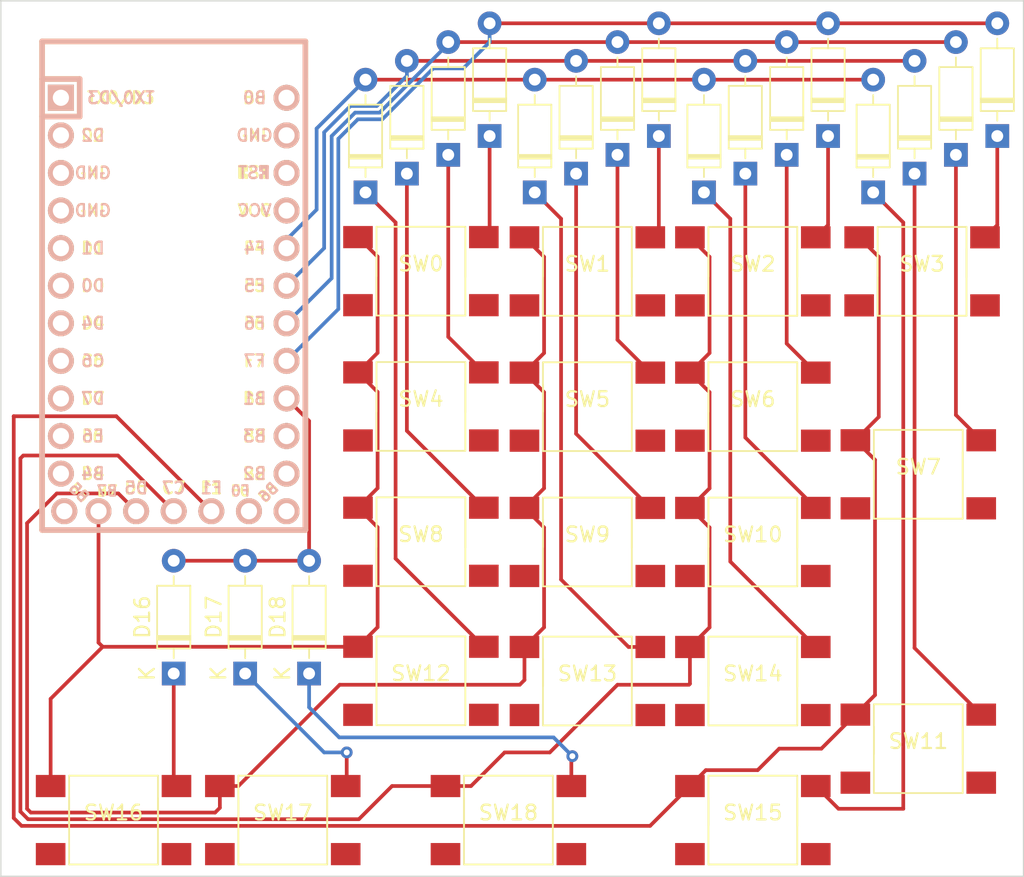
<source format=kicad_pcb>
(kicad_pcb (version 20211014) (generator pcbnew)
  (layers (0 "F.Cu" signal) (31 "B.Cu" signal) (34 "B.Paste" user) (35 "F.Paste" user) (36 "B.SilkS" user "B.Silkscreen") (37 "F.SilkS" user "F.Silkscreen") (38 "B.Mask" user) (39 "F.Mask" user) (44 "Edge.Cuts" user))
  (net 0 "")
  (net 3 "Net-(D17-Pad1)")
  (net 4 "GND")
  (net 12 "COL3")
  (net 13 "COL2")
  (net 14 "COL1")
  (net 15 "COL0")
  (net 22 "ROW0")
  (net 23 "Net-(D0-Pad1)")
  (net 24 "ROW1")
  (net 25 "Net-(D1-Pad1)")
  (net 26 "Net-(D2-Pad1)")
  (net 27 "Net-(D3-Pad1)")
  (net 28 "Net-(D4-Pad1)")
  (net 29 "ROW2")
  (net 30 "Net-(D5-Pad1)")
  (net 31 "Net-(D6-Pad1)")
  (net 32 "Net-(D7-Pad1)")
  (net 33 "Net-(D8-Pad1)")
  (net 34 "ROW3")
  (net 35 "Net-(D9-Pad1)")
  (net 36 "Net-(D10-Pad1)")
  (net 37 "Net-(D11-Pad1)")
  (net 38 "Net-(D12-Pad1)")
  (net 39 "Net-(D13-Pad1)")
  (net 40 "Net-(D14-Pad1)")
  (net 41 "Net-(D15-Pad1)")
  (net 42 "ROW4")
  (net 43 "Net-(D16-Pad1)")
  (net 44 "Net-(D18-Pad1)")
  (footprint "Diode_THT:D_DO-35_SOD27_P7.62mm_Horizontal" (layer "F.Cu") (at 81.534 46.228 90)
    (fp_text reference "D2" hide)
    (fp_text value "DIODE" hide)
    (pad "1" thru_hole rect (at 0 0 90) (size 1.6 1.6) (drill 0.8) (layers *.Cu *.Mask) (net 26 "Net-(D2-Pad1)"))
    (pad "2" thru_hole oval (at 7.62 0 90) (size 1.6 1.6) (drill 0.8) (layers *.Cu *.Mask) (net 22 "ROW0"))
  )
  (footprint "Diode_THT:D_DO-35_SOD27_P7.62mm_Horizontal" (layer "F.Cu") (at 58.674 46.228 90)
    (fp_text reference "D0" hide)
    (fp_text value "DIODE" hide)
    (pad "1" thru_hole rect (at 0 0 90) (size 1.6 1.6) (drill 0.8) (layers *.Cu *.Mask) (net 23 "Net-(D0-Pad1)"))
    (pad "2" thru_hole oval (at 7.62 0 90) (size 1.6 1.6) (drill 0.8) (layers *.Cu *.Mask) (net 22 "ROW0"))
  )
  (footprint "Keebio:Switch_6x6x8.5" (layer "F.Cu") (at 87.63 87.63)
    (fp_text reference "SW11" (at 0 -0.5 unlocked) (layer "F.SilkS"))
    (fp_text value "SW_Push")
    (pad "1" smd rect (at -4.25 -2.3 270) (size 1.5 2) (layers "F.Cu" "F.Paste" "F.Mask") (net 12 "COL3"))
    (pad "2" smd rect (at 4.25 -2.3 90) (size 1.5 2) (layers "F.Cu" "F.Paste" "F.Mask") (net 37 "Net-(D11-Pad1)"))
    (pad "3" smd rect (at -4.25 2.3) (size 2 1.5) (layers "F.Cu" "F.Paste" "F.Mask"))
    (pad "4" smd rect (at 4.25 2.3) (size 2 1.5) (layers "F.Cu" "F.Paste" "F.Mask"))
  )
  (footprint "Diode_THT:D_DO-35_SOD27_P7.62mm_Horizontal" (layer "F.Cu") (at 37.338 82.55 90)
    (fp_text reference "D16" (at 3.81 -2.12 90) (layer "F.SilkS"))
    (fp_text value "DIODE")
    (fp_text user "K" (at 0 -1.8 90) (layer "F.SilkS"))
    (pad "1" thru_hole rect (at 0 0 90) (size 1.6 1.6) (drill 0.8) (layers *.Cu *.Mask) (net 43 "Net-(D16-Pad1)"))
    (pad "2" thru_hole oval (at 7.62 0 90) (size 1.6 1.6) (drill 0.8) (layers *.Cu *.Mask) (net 42 "ROW4"))
  )
  (footprint "Diode_THT:D_DO-35_SOD27_P7.62mm_Horizontal" (layer "F.Cu") (at 61.722 50.038 90)
    (fp_text reference "D13" hide)
    (fp_text value "DIODE" hide)
    (pad "1" thru_hole rect (at 0 0 90) (size 1.6 1.6) (drill 0.8) (layers *.Cu *.Mask) (net 39 "Net-(D13-Pad1)"))
    (pad "2" thru_hole oval (at 7.62 0 90) (size 1.6 1.6) (drill 0.8) (layers *.Cu *.Mask) (net 34 "ROW3"))
  )
  (footprint "Diode_THT:D_DO-35_SOD27_P7.62mm_Horizontal" (layer "F.Cu") (at 53.086 48.768 90)
    (fp_text reference "D8" hide)
    (fp_text value "DIODE" hide)
    (pad "1" thru_hole rect (at 0 0 90) (size 1.6 1.6) (drill 0.8) (layers *.Cu *.Mask) (net 33 "Net-(D8-Pad1)"))
    (pad "2" thru_hole oval (at 7.62 0 90) (size 1.6 1.6) (drill 0.8) (layers *.Cu *.Mask) (net 29 "ROW2"))
  )
  (footprint "Keebio:Switch_6x6x8.5" (layer "F.Cu") (at 76.454 83.058)
    (fp_text reference "SW14" (at 0 -0.5 unlocked) (layer "F.SilkS"))
    (fp_text value "SW_Push")
    (pad "1" smd rect (at -4.25 -2.3 270) (size 1.5 2) (layers "F.Cu" "F.Paste" "F.Mask") (net 13 "COL2"))
    (pad "2" smd rect (at 4.25 -2.3 90) (size 1.5 2) (layers "F.Cu" "F.Paste" "F.Mask") (net 40 "Net-(D14-Pad1)"))
    (pad "3" smd rect (at -4.25 2.3) (size 2 1.5) (layers "F.Cu" "F.Paste" "F.Mask"))
    (pad "4" smd rect (at 4.25 2.3) (size 2 1.5) (layers "F.Cu" "F.Paste" "F.Mask"))
  )
  (footprint "Diode_THT:D_DO-35_SOD27_P7.62mm_Horizontal" (layer "F.Cu") (at 75.946 48.768 90)
    (fp_text reference "D10" hide)
    (fp_text value "DIODE" hide)
    (pad "1" thru_hole rect (at 0 0 90) (size 1.6 1.6) (drill 0.8) (layers *.Cu *.Mask) (net 36 "Net-(D10-Pad1)"))
    (pad "2" thru_hole oval (at 7.62 0 90) (size 1.6 1.6) (drill 0.8) (layers *.Cu *.Mask) (net 29 "ROW2"))
  )
  (footprint "Keebio:Elite-C" (layer "F.Cu") (at 37.338 57.61275 -90)
    (fp_text reference "MCU1" hide)
    (fp_text value "Elite-C" hide)
    (fp_text user "B2" (at 11.43 -5.461) (layer "B.SilkS") (effects (font (size 0.8 0.8)) (justify mirror)))
    (fp_text user "B7" (at 12.6 4.5) (layer "B.SilkS") (effects (font (size 0.7 0.7)) (justify mirror)))
    (fp_text user "B1" (at 6.35 -5.461) (layer "B.SilkS") (effects (font (size 0.8 0.8)) (justify mirror)))
    (fp_text user "B6" (at 12.7 -6.4 45 unlocked) (layer "B.SilkS") (effects (font (size 0.7 0.7)) (justify mirror)))
    (fp_text user "F4" (at -3.81 -5.461) (layer "B.SilkS") (effects (font (size 0.8 0.8)) (justify mirror)))
    (fp_text user "F0" (at 12.6 -4.5) (layer "B.SilkS") (effects (font (size 0.7 0.7)) (justify mirror)))
    (fp_text user "B4" (at 11.43 5.461) (layer "B.SilkS") (effects (font (size 0.8 0.8)) (justify mirror)))
    (fp_text user "TX0/D3" (at -13.97 3.571872) (layer "B.SilkS") (effects (font (size 0.8 0.8)) (justify mirror)))
    (fp_text user "GND" (at -6.35 5.461) (layer "B.SilkS") (effects (font (size 0.8 0.8)) (justify mirror)))
    (fp_text user "F6" (at 1.27 -5.461) (layer "B.SilkS") (effects (font (size 0.8 0.8)) (justify mirror)))
    (fp_text user "GND" (at -11.43 -5.461) (layer "B.SilkS") (effects (font (size 0.8 0.8)) (justify mirror)))
    (fp_text user "D2" (at -11.43 5.461) (layer "B.SilkS") (effects (font (size 0.8 0.8)) (justify mirror)))
    (fp_text user "B0" (at -13.97 -5.461) (layer "B.SilkS") (effects (font (size 0.8 0.8)) (justify mirror)))
    (fp_text user "D4" (at 1.27 5.461) (layer "B.SilkS") (effects (font (size 0.8 0.8)) (justify mirror)))
    (fp_text user "D0" (at -1.27 5.461) (layer "B.SilkS") (effects (font (size 0.8 0.8)) (justify mirror)))
    (fp_text user "D7" (at 6.35 5.461) (layer "B.SilkS") (effects (font (size 0.8 0.8)) (justify mirror)))
    (fp_text user "B3" (at 8.89 -5.461) (layer "B.SilkS") (effects (font (size 0.8 0.8)) (justify mirror)))
    (fp_text user "F5" (at -1.27 -5.461) (layer "B.SilkS") (effects (font (size 0.8 0.8)) (justify mirror)))
    (fp_text user "ST" (at -8.91 -5.04) (layer "B.SilkS") (effects (font (size 0.8 0.8)) (justify mirror)))
    (fp_text user "E6" (at 8.89 5.461) (layer "B.SilkS") (effects (font (size 0.8 0.8)) (justify mirror)))
    (fp_text user "D1" (at -3.81 5.461) (layer "B.SilkS") (effects (font (size 0.8 0.8)) (justify mirror)))
    (fp_text user "C6" (at 3.81 5.461) (layer "B.SilkS") (effects (font (size 0.8 0.8)) (justify mirror)))
    (fp_text user "F1" (at 12.4 -2.54) (layer "B.SilkS") (effects (font (size 0.8 0.8)) (justify mirror)))
    (fp_text user "GND" (at -8.89 5.461) (layer "B.SilkS") (effects (font (size 0.8 0.8)) (justify mirror)))
    (fp_text user "B5" (at 12.7 6.4 135) (layer "B.SilkS") (effects (font (size 0.7 0.7)) (justify mirror)))
    (fp_text user "F7" (at 3.81 -5.461) (layer "B.SilkS") (effects (font (size 0.8 0.8)) (justify mirror)))
    (fp_text user "D5" (at 12.4 2.54) (layer "B.SilkS") (effects (font (size 0.8 0.8)) (justify mirror)))
    (fp_text user "VCC" (at -6.35 -5.461) (layer "B.SilkS") (effects (font (size 0.8 0.8)) (justify mirror)))
    (fp_text user "C7" (at 12.4 0) (layer "B.SilkS") (effects (font (size 0.8 0.8)) (justify mirror)))
    (fp_text user "B7" (at 12.6 4.5) (layer "F.SilkS") (effects (font (size 0.7 0.7))))
    (fp_text user "B0" (at -13.97 -5.461) (layer "F.SilkS") (effects (font (size 0.8 0.8))))
    (fp_text user "B1" (at 6.35 -5.461) (layer "F.SilkS") (effects (font (size 0.8 0.8))))
    (fp_text user "C6" (at 3.81 5.461) (layer "F.SilkS") (effects (font (size 0.8 0.8))))
    (fp_text user "F5" (at -1.27 -5.461) (layer "F.SilkS") (effects (font (size 0.8 0.8))))
    (fp_text user "D2" (at -11.43 5.461) (layer "F.SilkS") (effects (font (size 0.8 0.8))))
    (fp_text user "F6" (at 1.27 -5.461) (layer "F.SilkS") (effects (font (size 0.8 0.8))))
    (fp_text user "F4" (at -3.81 -5.461) (layer "F.SilkS") (effects (font (size 0.8 0.8))))
    (fp_text user "D5" (at 12.4 2.54) (layer "F.SilkS") (effects (font (size 0.8 0.8))))
    (fp_text user "ST" (at -8.92 -5.73312) (layer "F.SilkS") (effects (font (size 0.8 0.8))))
    (fp_text user "B6" (at 12.7 -6.4 45 unlocked) (layer "F.SilkS") (effects (font (size 0.7 0.7))))
    (fp_text user "D1" (at -3.81 5.461) (layer "F.SilkS") (effects (font (size 0.8 0.8))))
    (fp_text user "D4" (at 1.27 5.461) (layer "F.SilkS") (effects (font (size 0.8 0.8))))
    (fp_text user "F0" (at 12.6 -4.5) (layer "F.SilkS") (effects (font (size 0.7 0.7))))
    (fp_text user "B2" (at 11.43 -5.461) (layer "F.SilkS") (effects (font (size 0.8 0.8))))
    (fp_text user "D7" (at 6.35 5.461) (layer "F.SilkS") (effects (font (size 0.8 0.8))))
    (fp_text user "GND" (at -8.89 5.461) (layer "F.SilkS") (effects (font (size 0.8 0.8))))
    (fp_text user "B3" (at 8.89 -5.461) (layer "F.SilkS") (effects (font (size 0.8 0.8))))
    (fp_text user "F1" (at 12.4 -2.54) (layer "F.SilkS") (effects (font (size 0.8 0.8))))
    (fp_text user "VCC" (at -6.35 -5.461) (layer "F.SilkS") (effects (font (size 0.8 0.8))))
    (fp_text user "C7" (at 12.4 0) (layer "F.SilkS") (effects (font (size 0.8 0.8))))
    (fp_text user "F7" (at 3.81 -5.461) (layer "F.SilkS") (effects (font (size 0.8 0.8))))
    (fp_text user "GND" (at -11.43 -5.461) (layer "F.SilkS") (effects (font (size 0.8 0.8))))
    (fp_text user "B5" (at 12.7 6.4 135) (layer "F.SilkS") (effects (font (size 0.7 0.7))))
    (fp_text user "B4" (at 11.43 5.461) (layer "F.SilkS") (effects (font (size 0.8 0.8))))
    (fp_text user "GND" (at -6.35 5.461) (layer "F.SilkS") (effects (font (size 0.8 0.8))))
    (fp_text user "TX0/D3" (at -13.97 3.571872) (layer "F.SilkS") (effects (font (size 0.8 0.8))))
    (fp_text user "D0" (at -1.27 5.461) (layer "F.SilkS") (effects (font (size 0.8 0.8))))
    (fp_text user "E6" (at 8.89 5.461) (layer "F.SilkS") (effects (font (size 0.8 0.8))))
    (pad "1" thru_hole rect locked (at -13.97 7.62 270) (size 1.7526 1.7526) (drill 1.0922) (layers *.Cu *.SilkS *.Mask))
    (pad "2" thru_hole circle locked (at -11.43 7.62 270) (size 1.7526 1.7526) (drill 1.0922) (layers *.Cu *.SilkS *.Mask))
    (pad "3" thru_hole circle locked (at -8.89 7.62 270) (size 1.7526 1.7526) (drill 1.0922) (layers *.Cu *.SilkS *.Mask) (net 4 "GND"))
    (pad "4" thru_hole circle locked (at -6.35 7.62 270) (size 1.7526 1.7526) (drill 1.0922) (layers *.Cu *.SilkS *.Mask) (net 4 "GND"))
    (pad "5" thru_hole circle locked (at -3.81 7.62 270) (size 1.7526 1.7526) (drill 1.0922) (layers *.Cu *.SilkS *.Mask))
    (pad "6" thru_hole circle locked (at -1.27 7.62 270) (size 1.7526 1.7526) (drill 1.0922) (layers *.Cu *.SilkS *.Mask))
    (pad "7" thru_hole circle locked (at 1.27 7.62 270) (size 1.7526 1.7526) (drill 1.0922) (layers *.Cu *.SilkS *.Mask))
    (pad "8" thru_hole circle locked (at 3.81 7.62 270) (size 1.7526 1.7526) (drill 1.0922) (layers *.Cu *.SilkS *.Mask))
    (pad "9" thru_hole circle locked (at 6.35 7.62 270) (size 1.7526 1.7526) (drill 1.0922) (layers *.Cu *.SilkS *.Mask))
    (pad "10" thru_hole circle locked (at 8.89 7.62 270) (size 1.7526 1.7526) (drill 1.0922) (layers *.Cu *.SilkS *.Mask))
    (pad "11" thru_hole circle locked (at 11.43 7.62 270) (size 1.7526 1.7526) (drill 1.0922) (layers *.Cu *.SilkS *.Mask))
    (pad "12" thru_hole circle locked (at 13.97 7.3914 270) (size 1.7526 1.7526) (drill 1.0922) (layers *.Cu *.SilkS *.Mask))
    (pad "13" thru_hole circle locked (at 13.97 -7.62 270) (size 1.7526 1.7526) (drill 1.0922) (layers *.Cu *.SilkS *.Mask))
    (pad "14" thru_hole circle locked (at 11.43 -7.62 270) (size 1.7526 1.7526) (drill 1.0922) (layers *.Cu *.SilkS *.Mask))
    (pad "15" thru_hole circle locked (at 8.89 -7.62 270) (size 1.7526 1.7526) (drill 1.0922) (layers *.Cu *.SilkS *.Mask))
    (pad "16" thru_hole circle locked (at 6.35 -7.62 270) (size 1.7526 1.7526) (drill 1.0922) (layers *.Cu *.SilkS *.Mask) (net 42 "ROW4"))
    (pad "17" thru_hole circle locked (at 3.81 -7.62 270) (size 1.7526 1.7526) (drill 1.0922) (layers *.Cu *.SilkS *.Mask) (net 22 "ROW0"))
    (pad "18" thru_hole circle locked (at 1.27 -7.62 270) (size 1.7526 1.7526) (drill 1.0922) (layers *.Cu *.SilkS *.Mask) (net 24 "ROW1"))
    (pad "19" thru_hole circle locked (at -1.27 -7.62 270) (size 1.7526 1.7526) (drill 1.0922) (layers *.Cu *.SilkS *.Mask) (net 29 "ROW2"))
    (pad "20" thru_hole circle locked (at -3.81 -7.62 270) (size 1.7526 1.7526) (drill 1.0922) (layers *.Cu *.SilkS *.Mask) (net 34 "ROW3"))
    (pad "21" thru_hole circle locked (at -6.35 -7.62 270) (size 1.7526 1.7526) (drill 1.0922) (layers *.Cu *.SilkS *.Mask))
    (pad "22" thru_hole circle locked (at -8.89 -7.62 270) (size 1.7526 1.7526) (drill 1.0922) (layers *.Cu *.SilkS *.Mask))
    (pad "23" thru_hole circle locked (at -11.43 -7.62 270) (size 1.7526 1.7526) (drill 1.0922) (layers *.Cu *.SilkS *.Mask))
    (pad "24" thru_hole circle locked (at -13.97 -7.62 270) (size 1.7526 1.7526) (drill 1.0922) (layers *.Cu *.SilkS *.Mask))
    (pad "25" thru_hole circle locked (at 13.97 5.08 270) (size 1.7526 1.7526) (drill 1.0922) (layers *.Cu *.SilkS *.Mask) (net 15 "COL0"))
    (pad "26" thru_hole circle locked (at 13.97 2.54 270) (size 1.7526 1.7526) (drill 1.0922) (layers *.Cu *.SilkS *.Mask) (net 14 "COL1"))
    (pad "27" thru_hole circle locked (at 13.97 0 270) (size 1.7526 1.7526) (drill 1.0922) (layers *.Cu *.SilkS *.Mask) (net 13 "COL2"))
    (pad "28" thru_hole circle locked (at 13.97 -2.54 270) (size 1.7526 1.7526) (drill 1.0922) (layers *.Cu *.SilkS *.Mask) (net 12 "COL3"))
    (pad "29" thru_hole circle locked (at 13.97 -5.08 270) (size 1.7526 1.7526) (drill 1.0922) (layers *.Cu *.SilkS *.Mask))
  )
  (footprint "Keebio:Switch_6x6x8.5" (layer "F.Cu") (at 65.278 55.372)
    (fp_text reference "SW1" (at 0 -0.5 unlocked) (layer "F.SilkS"))
    (fp_text value "SW_Push")
    (pad "1" smd rect (at -4.25 -2.3 270) (size 1.5 2) (layers "F.Cu" "F.Paste" "F.Mask") (net 14 "COL1"))
    (pad "2" smd rect (at 4.25 -2.3 90) (size 1.5 2) (layers "F.Cu" "F.Paste" "F.Mask") (net 25 "Net-(D1-Pad1)"))
    (pad "3" smd rect (at -4.25 2.3) (size 2 1.5) (layers "F.Cu" "F.Paste" "F.Mask"))
    (pad "4" smd rect (at 4.25 2.3) (size 2 1.5) (layers "F.Cu" "F.Paste" "F.Mask"))
  )
  (footprint "Diode_THT:D_DO-35_SOD27_P7.62mm_Horizontal" (layer "F.Cu") (at 46.482 82.55 90)
    (fp_text reference "D18" (at 3.81 -2.12 90) (layer "F.SilkS"))
    (fp_text value "DIODE")
    (fp_text user "K" (at 0 -1.8 90) (layer "F.SilkS"))
    (pad "1" thru_hole rect (at 0 0 90) (size 1.6 1.6) (drill 0.8) (layers *.Cu *.Mask) (net 44 "Net-(D18-Pad1)"))
    (pad "2" thru_hole oval (at 7.62 0 90) (size 1.6 1.6) (drill 0.8) (layers *.Cu *.Mask) (net 42 "ROW4"))
  )
  (footprint "Keebio:Switch_6x6x8.5" (layer "F.Cu") (at 44.704 92.456)
    (fp_text reference "SW17" (at 0 -0.5 unlocked) (layer "F.SilkS"))
    (fp_text value "SW_Push")
    (pad "1" smd rect (at -4.25 -2.3 270) (size 1.5 2) (layers "F.Cu" "F.Paste" "F.Mask") (net 14 "COL1"))
    (pad "2" smd rect (at 4.25 -2.3 90) (size 1.5 2) (layers "F.Cu" "F.Paste" "F.Mask") (net 3 "Net-(D17-Pad1)"))
    (pad "3" smd rect (at -4.25 2.3) (size 2 1.5) (layers "F.Cu" "F.Paste" "F.Mask"))
    (pad "4" smd rect (at 4.25 2.3) (size 2 1.5) (layers "F.Cu" "F.Paste" "F.Mask"))
  )
  (footprint "Diode_THT:D_DO-35_SOD27_P7.62mm_Horizontal" (layer "F.Cu") (at 92.964 46.228 90)
    (fp_text reference "D3" hide)
    (fp_text value "DIODE" hide)
    (pad "1" thru_hole rect (at 0 0 90) (size 1.6 1.6) (drill 0.8) (layers *.Cu *.Mask) (net 27 "Net-(D3-Pad1)"))
    (pad "2" thru_hole oval (at 7.62 0 90) (size 1.6 1.6) (drill 0.8) (layers *.Cu *.Mask) (net 22 "ROW0"))
  )
  (footprint "Diode_THT:D_DO-35_SOD27_P7.62mm_Horizontal" (layer "F.Cu") (at 90.17 47.498 90)
    (fp_text reference "D7" hide)
    (fp_text value "DIODE" hide)
    (pad "1" thru_hole rect (at 0 0 90) (size 1.6 1.6) (drill 0.8) (layers *.Cu *.Mask) (net 32 "Net-(D7-Pad1)"))
    (pad "2" thru_hole oval (at 7.62 0 90) (size 1.6 1.6) (drill 0.8) (layers *.Cu *.Mask) (net 24 "ROW1"))
  )
  (footprint "Keebio:Switch_6x6x8.5" (layer "F.Cu") (at 76.454 55.372)
    (fp_text reference "SW2" (at 0 -0.5 unlocked) (layer "F.SilkS"))
    (fp_text value "SW_Push")
    (pad "1" smd rect (at -4.25 -2.3 270) (size 1.5 2) (layers "F.Cu" "F.Paste" "F.Mask") (net 13 "COL2"))
    (pad "2" smd rect (at 4.25 -2.3 90) (size 1.5 2) (layers "F.Cu" "F.Paste" "F.Mask") (net 26 "Net-(D2-Pad1)"))
    (pad "3" smd rect (at -4.25 2.3) (size 2 1.5) (layers "F.Cu" "F.Paste" "F.Mask"))
    (pad "4" smd rect (at 4.25 2.3) (size 2 1.5) (layers "F.Cu" "F.Paste" "F.Mask"))
  )
  (footprint "Keebio:Switch_6x6x8.5" (layer "F.Cu") (at 87.63 69.088)
    (fp_text reference "SW7" (at 0 -0.5 unlocked) (layer "F.SilkS"))
    (fp_text value "SW_Push")
    (pad "1" smd rect (at -4.25 -2.3 270) (size 1.5 2) (layers "F.Cu" "F.Paste" "F.Mask") (net 12 "COL3"))
    (pad "2" smd rect (at 4.25 -2.3 90) (size 1.5 2) (layers "F.Cu" "F.Paste" "F.Mask") (net 32 "Net-(D7-Pad1)"))
    (pad "3" smd rect (at -4.25 2.3) (size 2 1.5) (layers "F.Cu" "F.Paste" "F.Mask"))
    (pad "4" smd rect (at 4.25 2.3) (size 2 1.5) (layers "F.Cu" "F.Paste" "F.Mask"))
  )
  (footprint "Diode_THT:D_DO-35_SOD27_P7.62mm_Horizontal" (layer "F.Cu") (at 50.292 50.038 90)
    (fp_text reference "D12" hide)
    (fp_text value "DIODE" hide)
    (pad "1" thru_hole rect (at 0 0 90) (size 1.6 1.6) (drill 0.8) (layers *.Cu *.Mask) (net 38 "Net-(D12-Pad1)"))
    (pad "2" thru_hole oval (at 7.62 0 90) (size 1.6 1.6) (drill 0.8) (layers *.Cu *.Mask) (net 34 "ROW3"))
  )
  (footprint "Keebio:Switch_6x6x8.5" (layer "F.Cu") (at 33.274 92.456)
    (fp_text reference "SW16" (at 0 -0.5 unlocked) (layer "F.SilkS"))
    (fp_text value "SW_Push")
    (pad "1" smd rect (at -4.25 -2.3 270) (size 1.5 2) (layers "F.Cu" "F.Paste" "F.Mask") (net 15 "COL0"))
    (pad "2" smd rect (at 4.25 -2.3 90) (size 1.5 2) (layers "F.Cu" "F.Paste" "F.Mask") (net 43 "Net-(D16-Pad1)"))
    (pad "3" smd rect (at -4.25 2.3) (size 2 1.5) (layers "F.Cu" "F.Paste" "F.Mask"))
    (pad "4" smd rect (at 4.25 2.3) (size 2 1.5) (layers "F.Cu" "F.Paste" "F.Mask"))
  )
  (footprint "Keebio:Switch_6x6x8.5" (layer "F.Cu") (at 54.034 64.502)
    (fp_text reference "SW4" (at 0 -0.5 unlocked) (layer "F.SilkS"))
    (fp_text value "SW_Push")
    (pad "1" smd rect (at -4.25 -2.3 270) (size 1.5 2) (layers "F.Cu" "F.Paste" "F.Mask") (net 15 "COL0"))
    (pad "2" smd rect (at 4.25 -2.3 90) (size 1.5 2) (layers "F.Cu" "F.Paste" "F.Mask") (net 28 "Net-(D4-Pad1)"))
    (pad "3" smd rect (at -4.25 2.3) (size 2 1.5) (layers "F.Cu" "F.Paste" "F.Mask"))
    (pad "4" smd rect (at 4.25 2.3) (size 2 1.5) (layers "F.Cu" "F.Paste" "F.Mask"))
  )
  (footprint "Diode_THT:D_DO-35_SOD27_P7.62mm_Horizontal" (layer "F.Cu") (at 42.164 82.55 90)
    (fp_text reference "D17" (at 3.81 -2.12 90) (layer "F.SilkS"))
    (fp_text value "DIODE")
    (fp_text user "K" (at 0 -1.8 90) (layer "F.SilkS"))
    (pad "1" thru_hole rect (at 0 0 90) (size 1.6 1.6) (drill 0.8) (layers *.Cu *.Mask) (net 3 "Net-(D17-Pad1)"))
    (pad "2" thru_hole oval (at 7.62 0 90) (size 1.6 1.6) (drill 0.8) (layers *.Cu *.Mask) (net 42 "ROW4"))
  )
  (footprint "Keebio:Switch_6x6x8.5" (layer "F.Cu") (at 59.944 92.456)
    (fp_text reference "SW18" (at 0 -0.5 unlocked) (layer "F.SilkS"))
    (fp_text value "SW_Push")
    (pad "1" smd rect (at -4.25 -2.3 270) (size 1.5 2) (layers "F.Cu" "F.Paste" "F.Mask") (net 13 "COL2"))
    (pad "2" smd rect (at 4.25 -2.3 90) (size 1.5 2) (layers "F.Cu" "F.Paste" "F.Mask") (net 44 "Net-(D18-Pad1)"))
    (pad "3" smd rect (at -4.25 2.3) (size 2 1.5) (layers "F.Cu" "F.Paste" "F.Mask"))
    (pad "4" smd rect (at 4.25 2.3) (size 2 1.5) (layers "F.Cu" "F.Paste" "F.Mask"))
  )
  (footprint "Keebio:Switch_6x6x8.5" (layer "F.Cu") (at 54.034 83.044)
    (fp_text reference "SW12" (at 0 -0.5 unlocked) (layer "F.SilkS"))
    (fp_text value "SW_Push")
    (pad "1" smd rect (at -4.25 -2.3 270) (size 1.5 2) (layers "F.Cu" "F.Paste" "F.Mask") (net 15 "COL0"))
    (pad "2" smd rect (at 4.25 -2.3 90) (size 1.5 2) (layers "F.Cu" "F.Paste" "F.Mask") (net 38 "Net-(D12-Pad1)"))
    (pad "3" smd rect (at -4.25 2.3) (size 2 1.5) (layers "F.Cu" "F.Paste" "F.Mask"))
    (pad "4" smd rect (at 4.25 2.3) (size 2 1.5) (layers "F.Cu" "F.Paste" "F.Mask"))
  )
  (footprint "Diode_THT:D_DO-35_SOD27_P7.62mm_Horizontal" (layer "F.Cu") (at 67.31 47.498 90)
    (fp_text reference "D5" hide)
    (fp_text value "DIODE" hide)
    (pad "1" thru_hole rect (at 0 0 90) (size 1.6 1.6) (drill 0.8) (layers *.Cu *.Mask) (net 30 "Net-(D5-Pad1)"))
    (pad "2" thru_hole oval (at 7.62 0 90) (size 1.6 1.6) (drill 0.8) (layers *.Cu *.Mask) (net 24 "ROW1"))
  )
  (footprint "Keebio:Switch_6x6x8.5" (layer "F.Cu") (at 54.034 73.646)
    (fp_text reference "SW8" (at 0 -0.5 unlocked) (layer "F.SilkS"))
    (fp_text value "SW_Push")
    (pad "1" smd rect (at -4.25 -2.3 270) (size 1.5 2) (layers "F.Cu" "F.Paste" "F.Mask") (net 15 "COL0"))
    (pad "2" smd rect (at 4.25 -2.3 90) (size 1.5 2) (layers "F.Cu" "F.Paste" "F.Mask") (net 33 "Net-(D8-Pad1)"))
    (pad "3" smd rect (at -4.25 2.3) (size 2 1.5) (layers "F.Cu" "F.Paste" "F.Mask"))
    (pad "4" smd rect (at 4.25 2.3) (size 2 1.5) (layers "F.Cu" "F.Paste" "F.Mask"))
  )
  (footprint "Keebio:Switch_6x6x8.5" (layer "F.Cu") (at 76.454 73.66)
    (fp_text reference "SW10" (at 0 -0.5 unlocked) (layer "F.SilkS"))
    (fp_text value "SW_Push")
    (pad "1" smd rect (at -4.25 -2.3 270) (size 1.5 2) (layers "F.Cu" "F.Paste" "F.Mask") (net 13 "COL2"))
    (pad "2" smd rect (at 4.25 -2.3 90) (size 1.5 2) (layers "F.Cu" "F.Paste" "F.Mask") (net 36 "Net-(D10-Pad1)"))
    (pad "3" smd rect (at -4.25 2.3) (size 2 1.5) (layers "F.Cu" "F.Paste" "F.Mask"))
    (pad "4" smd rect (at 4.25 2.3) (size 2 1.5) (layers "F.Cu" "F.Paste" "F.Mask"))
  )
  (footprint "Diode_THT:D_DO-35_SOD27_P7.62mm_Horizontal" (layer "F.Cu") (at 55.88 47.498 90)
    (fp_text reference "D4" hide)
    (fp_text value "DIODE" hide)
    (pad "1" thru_hole rect (at 0 0 90) (size 1.6 1.6) (drill 0.8) (layers *.Cu *.Mask) (net 28 "Net-(D4-Pad1)"))
    (pad "2" thru_hole oval (at 7.62 0 90) (size 1.6 1.6) (drill 0.8) (layers *.Cu *.Mask) (net 24 "ROW1"))
  )
  (footprint "Diode_THT:D_DO-35_SOD27_P7.62mm_Horizontal" (layer "F.Cu") (at 78.74 47.498 90)
    (fp_text reference "D6" hide)
    (fp_text value "DIODE" hide)
    (pad "1" thru_hole rect (at 0 0 90) (size 1.6 1.6) (drill 0.8) (layers *.Cu *.Mask) (net 31 "Net-(D6-Pad1)"))
    (pad "2" thru_hole oval (at 7.62 0 90) (size 1.6 1.6) (drill 0.8) (layers *.Cu *.Mask) (net 24 "ROW1"))
  )
  (footprint "Diode_THT:D_DO-35_SOD27_P7.62mm_Horizontal" (layer "F.Cu") (at 84.582 50.038 90)
    (fp_text reference "D15" hide)
    (fp_text value "DIODE" hide)
    (pad "1" thru_hole rect (at 0 0 90) (size 1.6 1.6) (drill 0.8) (layers *.Cu *.Mask) (net 41 "Net-(D15-Pad1)"))
    (pad "2" thru_hole oval (at 7.62 0 90) (size 1.6 1.6) (drill 0.8) (layers *.Cu *.Mask) (net 34 "ROW3"))
  )
  (footprint "Keebio:Switch_6x6x8.5" (layer "F.Cu") (at 87.884 55.372)
    (fp_text reference "SW3" (at 0 -0.5 unlocked) (layer "F.SilkS"))
    (fp_text value "SW_Push")
    (pad "1" smd rect (at -4.25 -2.3 270) (size 1.5 2) (layers "F.Cu" "F.Paste" "F.Mask") (net 12 "COL3"))
    (pad "2" smd rect (at 4.25 -2.3 90) (size 1.5 2) (layers "F.Cu" "F.Paste" "F.Mask") (net 27 "Net-(D3-Pad1)"))
    (pad "3" smd rect (at -4.25 2.3) (size 2 1.5) (layers "F.Cu" "F.Paste" "F.Mask"))
    (pad "4" smd rect (at 4.25 2.3) (size 2 1.5) (layers "F.Cu" "F.Paste" "F.Mask"))
  )
  (footprint "Diode_THT:D_DO-35_SOD27_P7.62mm_Horizontal" (layer "F.Cu") (at 87.376 48.768 90)
    (fp_text reference "D11" hide)
    (fp_text value "DIODE" hide)
    (pad "1" thru_hole rect (at 0 0 90) (size 1.6 1.6) (drill 0.8) (layers *.Cu *.Mask) (net 37 "Net-(D11-Pad1)"))
    (pad "2" thru_hole oval (at 7.62 0 90) (size 1.6 1.6) (drill 0.8) (layers *.Cu *.Mask) (net 29 "ROW2"))
  )
  (footprint "Keebio:Switch_6x6x8.5" (layer "F.Cu") (at 54.034 55.358)
    (fp_text reference "SW0" (at 0 -0.5 unlocked) (layer "F.SilkS"))
    (fp_text value "SW_Push")
    (pad "1" smd rect (at -4.25 -2.3 270) (size 1.5 2) (layers "F.Cu" "F.Paste" "F.Mask") (net 15 "COL0"))
    (pad "2" smd rect (at 4.25 -2.3 90) (size 1.5 2) (layers "F.Cu" "F.Paste" "F.Mask") (net 23 "Net-(D0-Pad1)"))
    (pad "3" smd rect (at -4.25 2.3) (size 2 1.5) (layers "F.Cu" "F.Paste" "F.Mask"))
    (pad "4" smd rect (at 4.25 2.3) (size 2 1.5) (layers "F.Cu" "F.Paste" "F.Mask"))
  )
  (footprint "Keebio:Switch_6x6x8.5" (layer "F.Cu") (at 65.278 64.516)
    (fp_text reference "SW5" (at 0 -0.5 unlocked) (layer "F.SilkS"))
    (fp_text value "SW_Push")
    (pad "1" smd rect (at -4.25 -2.3 270) (size 1.5 2) (layers "F.Cu" "F.Paste" "F.Mask") (net 14 "COL1"))
    (pad "2" smd rect (at 4.25 -2.3 90) (size 1.5 2) (layers "F.Cu" "F.Paste" "F.Mask") (net 30 "Net-(D5-Pad1)"))
    (pad "3" smd rect (at -4.25 2.3) (size 2 1.5) (layers "F.Cu" "F.Paste" "F.Mask"))
    (pad "4" smd rect (at 4.25 2.3) (size 2 1.5) (layers "F.Cu" "F.Paste" "F.Mask"))
  )
  (footprint "Keebio:Switch_6x6x8.5" (layer "F.Cu") (at 76.454 64.516)
    (fp_text reference "SW6" (at 0 -0.5 unlocked) (layer "F.SilkS"))
    (fp_text value "SW_Push")
    (pad "1" smd rect (at -4.25 -2.3 270) (size 1.5 2) (layers "F.Cu" "F.Paste" "F.Mask") (net 13 "COL2"))
    (pad "2" smd rect (at 4.25 -2.3 90) (size 1.5 2) (layers "F.Cu" "F.Paste" "F.Mask") (net 31 "Net-(D6-Pad1)"))
    (pad "3" smd rect (at -4.25 2.3) (size 2 1.5) (layers "F.Cu" "F.Paste" "F.Mask"))
    (pad "4" smd rect (at 4.25 2.3) (size 2 1.5) (layers "F.Cu" "F.Paste" "F.Mask"))
  )
  (footprint "Keebio:Switch_6x6x8.5" (layer "F.Cu") (at 76.454 92.456)
    (fp_text reference "SW15" (at 0 -0.5 unlocked) (layer "F.SilkS"))
    (fp_text value "SW_Push")
    (pad "1" smd rect (at -4.25 -2.3 270) (size 1.5 2) (layers "F.Cu" "F.Paste" "F.Mask") (net 12 "COL3"))
    (pad "2" smd rect (at 4.25 -2.3 90) (size 1.5 2) (layers "F.Cu" "F.Paste" "F.Mask") (net 41 "Net-(D15-Pad1)"))
    (pad "3" smd rect (at -4.25 2.3) (size 2 1.5) (layers "F.Cu" "F.Paste" "F.Mask"))
    (pad "4" smd rect (at 4.25 2.3) (size 2 1.5) (layers "F.Cu" "F.Paste" "F.Mask"))
  )
  (footprint "Keebio:Switch_6x6x8.5" (layer "F.Cu") (at 65.278 73.66)
    (fp_text reference "SW9" (at 0 -0.5 unlocked) (layer "F.SilkS"))
    (fp_text value "SW_Push")
    (pad "1" smd rect (at -4.25 -2.3 270) (size 1.5 2) (layers "F.Cu" "F.Paste" "F.Mask") (net 14 "COL1"))
    (pad "2" smd rect (at 4.25 -2.3 90) (size 1.5 2) (layers "F.Cu" "F.Paste" "F.Mask") (net 35 "Net-(D9-Pad1)"))
    (pad "3" smd rect (at -4.25 2.3) (size 2 1.5) (layers "F.Cu" "F.Paste" "F.Mask"))
    (pad "4" smd rect (at 4.25 2.3) (size 2 1.5) (layers "F.Cu" "F.Paste" "F.Mask"))
  )
  (footprint "Diode_THT:D_DO-35_SOD27_P7.62mm_Horizontal" (layer "F.Cu") (at 64.516 48.768 90)
    (fp_text reference "D9" hide)
    (fp_text value "DIODE" hide)
    (pad "1" thru_hole rect (at 0 0 90) (size 1.6 1.6) (drill 0.8) (layers *.Cu *.Mask) (net 35 "Net-(D9-Pad1)"))
    (pad "2" thru_hole oval (at 7.62 0 90) (size 1.6 1.6) (drill 0.8) (layers *.Cu *.Mask) (net 29 "ROW2"))
  )
  (footprint "Keebio:Switch_6x6x8.5" (layer "F.Cu") (at 65.278 83.058)
    (fp_text reference "SW13" (at 0 -0.5 unlocked) (layer "F.SilkS"))
    (fp_text value "SW_Push")
    (pad "1" smd rect (at -4.25 -2.3 270) (size 1.5 2) (layers "F.Cu" "F.Paste" "F.Mask") (net 14 "COL1"))
    (pad "2" smd rect (at 4.25 -2.3 90) (size 1.5 2) (layers "F.Cu" "F.Paste" "F.Mask") (net 39 "Net-(D13-Pad1)"))
    (pad "3" smd rect (at -4.25 2.3) (size 2 1.5) (layers "F.Cu" "F.Paste" "F.Mask"))
    (pad "4" smd rect (at 4.25 2.3) (size 2 1.5) (layers "F.Cu" "F.Paste" "F.Mask"))
  )
  (footprint "Diode_THT:D_DO-35_SOD27_P7.62mm_Horizontal" (layer "F.Cu") (at 73.152 50.038 90)
    (fp_text reference "D14" hide)
    (fp_text value "DIODE" hide)
    (pad "1" thru_hole rect (at 0 0 90) (size 1.6 1.6) (drill 0.8) (layers *.Cu *.Mask) (net 40 "Net-(D14-Pad1)"))
    (pad "2" thru_hole oval (at 7.62 0 90) (size 1.6 1.6) (drill 0.8) (layers *.Cu *.Mask) (net 34 "ROW3"))
  )
  (footprint "Diode_THT:D_DO-35_SOD27_P7.62mm_Horizontal" (layer "F.Cu") (at 70.104 46.228 90)
    (fp_text reference "D1" hide)
    (fp_text value "DIODE" hide)
    (pad "1" thru_hole rect (at 0 0 90) (size 1.6 1.6) (drill 0.8) (layers *.Cu *.Mask) (net 25 "Net-(D1-Pad1)"))
    (pad "2" thru_hole oval (at 7.62 0 90) (size 1.6 1.6) (drill 0.8) (layers *.Cu *.Mask) (net 22 "ROW0"))
  )
  (gr_rect (start 94.742 96.266) (end 25.654 37.084) (layer "Edge.Cuts") (width 0.1) (fill none))
  (segment (start 49.022 87.884) (end 49.022 90.088) (width 0.25) (layer "F.Cu") (net 3))
  (segment (start 49.022 90.088) (end 48.954 90.156) (width 0.25) (layer "F.Cu") (net 3))
  (via (at 49.022 87.884) (size 0.8) (drill 0.4) (layers "F.Cu" "B.Cu") (net 3))
  (segment (start 47.498 87.884) (end 49.022 87.884) (width 0.25) (layer "B.Cu") (net 3))
  (segment (start 42.164 82.55) (end 47.498 87.884) (width 0.25) (layer "B.Cu") (net 3))
  (segment (start 81.08 87.63) (end 83.38 85.33) (width 0.25) (layer "F.Cu") (net 12))
  (segment (start 84.959 54.397) (end 83.634 53.072) (width 0.25) (layer "F.Cu") (net 12))
  (segment (start 39.878 71.58275) (end 33.4593 65.16405) (width 0.25) (layer "F.Cu") (net 12))
  (segment (start 26.52995 65.16405) (end 26.532 65.1661) (width 0.25) (layer "F.Cu") (net 12))
  (segment (start 69.512 92.848) (end 72.204 90.156) (width 0.25) (layer "F.Cu") (net 12))
  (segment (start 27.062 92.848) (end 69.512 92.848) (width 0.25) (layer "F.Cu") (net 12))
  (segment (start 83.38 66.788) (end 84.959 65.209) (width 0.25) (layer "F.Cu") (net 12))
  (segment (start 83.38 85.33) (end 84.705 84.005) (width 0.25) (layer "F.Cu") (net 12))
  (segment (start 78.232 87.63) (end 81.08 87.63) (width 0.25) (layer "F.Cu") (net 12))
  (segment (start 84.959 65.209) (end 84.959 54.397) (width 0.25) (layer "F.Cu") (net 12))
  (segment (start 84.705 84.005) (end 84.705 68.113) (width 0.25) (layer "F.Cu") (net 12))
  (segment (start 26.532 65.1661) (end 26.532 92.318) (width 0.25) (layer "F.Cu") (net 12))
  (segment (start 76.781 89.081) (end 78.232 87.63) (width 0.25) (layer "F.Cu") (net 12))
  (segment (start 26.532 92.318) (end 27.062 92.848) (width 0.25) (layer "F.Cu") (net 12))
  (segment (start 84.705 68.113) (end 83.38 66.788) (width 0.25) (layer "F.Cu") (net 12))
  (segment (start 33.4593 65.16405) (end 26.52995 65.16405) (width 0.25) (layer "F.Cu") (net 12))
  (segment (start 73.279 89.081) (end 76.781 89.081) (width 0.25) (layer "F.Cu") (net 12))
  (segment (start 72.204 90.156) (end 73.279 89.081) (width 0.25) (layer "F.Cu") (net 12))
  (segment (start 27.178 67.818) (end 26.982 68.014) (width 0.25) (layer "F.Cu") (net 13))
  (segment (start 72.204 62.216) (end 73.529 63.541) (width 0.25) (layer "F.Cu") (net 13))
  (segment (start 73.529 79.433) (end 72.204 80.758) (width 0.25) (layer "F.Cu") (net 13))
  (segment (start 26.982 91.880396) (end 27.499604 92.398) (width 0.25) (layer "F.Cu") (net 13))
  (segment (start 73.529 54.397) (end 73.529 60.891) (width 0.25) (layer "F.Cu") (net 13))
  (segment (start 72.204 53.072) (end 73.529 54.397) (width 0.25) (layer "F.Cu") (net 13))
  (segment (start 73.529 60.891) (end 72.204 62.216) (width 0.25) (layer "F.Cu") (net 13))
  (segment (start 72.204 83.244) (end 72.204 80.758) (width 0.25) (layer "F.Cu") (net 13))
  (segment (start 73.529 63.541) (end 73.529 70.035) (width 0.25) (layer "F.Cu") (net 13))
  (segment (start 37.338 71.58275) (end 33.57325 67.818) (width 0.25) (layer "F.Cu") (net 13))
  (segment (start 72.136 83.312) (end 72.204 83.244) (width 0.25) (layer "F.Cu") (net 13))
  (segment (start 62.738 87.884) (end 67.31 83.312) (width 0.25) (layer "F.Cu") (net 13))
  (segment (start 26.982 68.014) (end 26.982 91.880396) (width 0.25) (layer "F.Cu") (net 13))
  (segment (start 57.418 90.156) (end 59.69 87.884) (width 0.25) (layer "F.Cu") (net 13))
  (segment (start 55.694 90.156) (end 57.418 90.156) (width 0.25) (layer "F.Cu") (net 13))
  (segment (start 73.529 70.035) (end 72.204 71.36) (width 0.25) (layer "F.Cu") (net 13))
  (segment (start 49.842 92.398) (end 52.084 90.156) (width 0.25) (layer "F.Cu") (net 13))
  (segment (start 33.57325 67.818) (end 27.178 67.818) (width 0.25) (layer "F.Cu") (net 13))
  (segment (start 59.69 87.884) (end 62.738 87.884) (width 0.25) (layer "F.Cu") (net 13))
  (segment (start 52.084 90.156) (end 55.694 90.156) (width 0.25) (layer "F.Cu") (net 13))
  (segment (start 67.31 83.312) (end 72.136 83.312) (width 0.25) (layer "F.Cu") (net 13))
  (segment (start 72.204 71.36) (end 73.529 72.685) (width 0.25) (layer "F.Cu") (net 13))
  (segment (start 27.499604 92.398) (end 49.842 92.398) (width 0.25) (layer "F.Cu") (net 13))
  (segment (start 73.529 72.685) (end 73.529 79.433) (width 0.25) (layer "F.Cu") (net 13))
  (segment (start 62.353 63.541) (end 62.353 70.035) (width 0.25) (layer "F.Cu") (net 14))
  (segment (start 62.353 70.035) (end 61.028 71.36) (width 0.25) (layer "F.Cu") (net 14))
  (segment (start 34.798 71.58275) (end 33.5967 70.38145) (width 0.25) (layer "F.Cu") (net 14))
  (segment (start 60.706 83.312) (end 61.028 82.99) (width 0.25) (layer "F.Cu") (net 14))
  (segment (start 61.028 62.216) (end 62.353 63.541) (width 0.25) (layer "F.Cu") (net 14))
  (segment (start 62.353 79.433) (end 61.028 80.758) (width 0.25) (layer "F.Cu") (net 14))
  (segment (start 40.132 91.948) (end 40.454 91.626) (width 0.25) (layer "F.Cu") (net 14))
  (segment (start 48.548 83.312) (end 60.706 83.312) (width 0.25) (layer "F.Cu") (net 14))
  (segment (start 62.353 60.891) (end 61.028 62.216) (width 0.25) (layer "F.Cu") (net 14))
  (segment (start 61.028 71.36) (end 62.353 72.685) (width 0.25) (layer "F.Cu") (net 14))
  (segment (start 29.44055 70.38145) (end 27.432 72.39) (width 0.25) (layer "F.Cu") (net 14))
  (segment (start 61.028 82.99) (end 61.028 80.758) (width 0.25) (layer "F.Cu") (net 14))
  (segment (start 27.432 91.694) (end 27.686 91.948) (width 0.25) (layer "F.Cu") (net 14))
  (segment (start 27.432 72.39) (end 27.432 91.694) (width 0.25) (layer "F.Cu") (net 14))
  (segment (start 40.454 91.626) (end 40.454 90.156) (width 0.25) (layer "F.Cu") (net 14))
  (segment (start 33.5967 70.38145) (end 29.44055 70.38145) (width 0.25) (layer "F.Cu") (net 14))
  (segment (start 62.353 72.685) (end 62.353 79.433) (width 0.25) (layer "F.Cu") (net 14))
  (segment (start 62.353 54.397) (end 62.353 60.891) (width 0.25) (layer "F.Cu") (net 14))
  (segment (start 41.704 90.156) (end 48.548 83.312) (width 0.25) (layer "F.Cu") (net 14))
  (segment (start 27.686 91.948) (end 40.132 91.948) (width 0.25) (layer "F.Cu") (net 14))
  (segment (start 61.028 53.072) (end 62.353 54.397) (width 0.25) (layer "F.Cu") (net 14))
  (segment (start 40.454 90.156) (end 41.704 90.156) (width 0.25) (layer "F.Cu") (net 14))
  (segment (start 51.109 60.877) (end 49.784 62.202) (width 0.25) (layer "F.Cu") (net 15))
  (segment (start 51.109 54.383) (end 51.109 60.877) (width 0.25) (layer "F.Cu") (net 15))
  (segment (start 49.784 71.346) (end 51.109 72.671) (width 0.25) (layer "F.Cu") (net 15))
  (segment (start 49.784 53.058) (end 51.109 54.383) (width 0.25) (layer "F.Cu") (net 15))
  (segment (start 32.54 80.744) (end 29.024 84.26) (width 0.25) (layer "F.Cu") (net 15))
  (segment (start 51.109 70.021) (end 49.784 71.346) (width 0.25) (layer "F.Cu") (net 15))
  (segment (start 51.109 63.527) (end 51.109 70.021) (width 0.25) (layer "F.Cu") (net 15))
  (segment (start 51.109 79.419) (end 49.784 80.744) (width 0.25) (layer "F.Cu") (net 15))
  (segment (start 51.109 72.671) (end 51.109 79.419) (width 0.25) (layer "F.Cu") (net 15))
  (segment (start 49.784 62.202) (end 51.109 63.527) (width 0.25) (layer "F.Cu") (net 15))
  (segment (start 32.54 80.744) (end 32.258 80.462) (width 0.25) (layer "F.Cu") (net 15))
  (segment (start 32.258 80.462) (end 32.258 71.58275) (width 0.25) (layer "F.Cu") (net 15))
  (segment (start 49.784 80.744) (end 32.54 80.744) (width 0.25) (layer "F.Cu") (net 15))
  (segment (start 29.024 84.26) (end 29.024 90.156) (width 0.25) (layer "F.Cu") (net 15))
  (segment (start 58.674 38.608) (end 92.964 38.608) (width 0.25) (layer "F.Cu") (net 22))
  (segment (start 58.674 39.878) (end 58.674 38.862) (width 0.25) (layer "B.Cu") (net 22))
  (segment (start 49.774396 45.096) (end 51.426792 45.096) (width 0.25) (layer "B.Cu") (net 22))
  (segment (start 54.866792 41.656) (end 56.896 41.656) (width 0.25) (layer "B.Cu") (net 22))
  (segment (start 44.958 61.42275) (end 48.456 57.92475) (width 0.25) (layer "B.Cu") (net 22))
  (segment (start 51.426792 45.096) (end 54.866792 41.656) (width 0.25) (layer "B.Cu") (net 22))
  (segment (start 48.456 46.414396) (end 49.774396 45.096) (width 0.25) (layer "B.Cu") (net 22))
  (segment (start 48.456 57.92475) (end 48.456 46.414396) (width 0.25) (layer "B.Cu") (net 22))
  (segment (start 56.896 41.656) (end 58.674 39.878) (width 0.25) (layer "B.Cu") (net 22))
  (segment (start 58.674 46.228) (end 58.674 52.668) (width 0.25) (layer "F.Cu") (net 23))
  (segment (start 58.674 52.668) (end 58.284 53.058) (width 0.25) (layer "F.Cu") (net 23))
  (segment (start 55.88 39.878) (end 90.17 39.878) (width 0.25) (layer "F.Cu") (net 24))
  (segment (start 51.240396 44.646) (end 55.88 40.006396) (width 0.25) (layer "B.Cu") (net 24))
  (segment (start 49.588 44.646) (end 51.240396 44.646) (width 0.25) (layer "B.Cu") (net 24))
  (segment (start 48.006 55.83475) (end 48.006 46.228) (width 0.25) (layer "B.Cu") (net 24))
  (segment (start 48.006 46.228) (end 49.588 44.646) (width 0.25) (layer "B.Cu") (net 24))
  (segment (start 55.88 40.006396) (end 55.88 39.878) (width 0.25) (layer "B.Cu") (net 24))
  (segment (start 44.958 58.88275) (end 48.006 55.83475) (width 0.25) (layer "B.Cu") (net 24))
  (segment (start 70.104 52.496) (end 69.528 53.072) (width 0.25) (layer "F.Cu") (net 25))
  (segment (start 70.104 46.228) (end 70.104 52.496) (width 0.25) (layer "F.Cu") (net 25))
  (segment (start 81.534 46.228) (end 81.534 52.242) (width 0.25) (layer "F.Cu") (net 26))
  (segment (start 81.534 52.242) (end 80.704 53.072) (width 0.25) (layer "F.Cu") (net 26))
  (segment (start 92.964 46.228) (end 92.964 52.242) (width 0.25) (layer "F.Cu") (net 27))
  (segment (start 92.964 52.242) (end 92.134 53.072) (width 0.25) (layer "F.Cu") (net 27))
  (segment (start 55.88 47.498) (end 55.88 59.798) (width 0.25) (layer "F.Cu") (net 28))
  (segment (start 55.88 59.798) (end 58.284 62.202) (width 0.25) (layer "F.Cu") (net 28))
  (segment (start 53.086 41.148) (end 87.376 41.148) (width 0.25) (layer "F.Cu") (net 29))
  (segment (start 47.498 45.974) (end 49.276 44.196) (width 0.25) (layer "B.Cu") (net 29))
  (segment (start 51.054 44.196) (end 53.086 42.164) (width 0.25) (layer "B.Cu") (net 29))
  (segment (start 49.276 44.196) (end 51.054 44.196) (width 0.25) (layer "B.Cu") (net 29))
  (segment (start 53.086 42.164) (end 53.086 41.148) (width 0.25) (layer "B.Cu") (net 29))
  (segment (start 44.958 56.34275) (end 47.498 53.80275) (width 0.25) (layer "B.Cu") (net 29))
  (segment (start 47.498 53.80275) (end 47.498 45.974) (width 0.25) (layer "B.Cu") (net 29))
  (segment (start 67.31 47.498) (end 67.31 59.998) (width 0.25) (layer "F.Cu") (net 30))
  (segment (start 67.31 59.998) (end 69.528 62.216) (width 0.25) (layer "F.Cu") (net 30))
  (segment (start 78.74 47.498) (end 78.74 60.252) (width 0.25) (layer "F.Cu") (net 31))
  (segment (start 78.74 60.252) (end 80.704 62.216) (width 0.25) (layer "F.Cu") (net 31))
  (segment (start 90.17 65.078) (end 91.88 66.788) (width 0.25) (layer "F.Cu") (net 32))
  (segment (start 90.17 47.498) (end 90.17 65.078) (width 0.25) (layer "F.Cu") (net 32))
  (segment (start 53.086 48.768) (end 53.086 66.148) (width 0.25) (layer "F.Cu") (net 33))
  (segment (start 53.086 66.148) (end 58.284 71.346) (width 0.25) (layer "F.Cu") (net 33))
  (segment (start 50.292 42.418) (end 84.582 42.418) (width 0.25) (layer "F.Cu") (net 34))
  (segment (start 44.958 53.231) (end 46.99 51.199) (width 0.25) (layer "B.Cu") (net 34))
  (segment (start 46.99 45.72) (end 50.292 42.418) (width 0.25) (layer "B.Cu") (net 34))
  (segment (start 46.99 51.199) (end 46.99 45.72) (width 0.25) (layer "B.Cu") (net 34))
  (segment (start 44.958 53.80275) (end 44.958 53.231) (width 0.25) (layer "B.Cu") (net 34))
  (segment (start 64.516 66.348) (end 69.528 71.36) (width 0.25) (layer "F.Cu") (net 35))
  (segment (start 64.516 48.768) (end 64.516 66.348) (width 0.25) (layer "F.Cu") (net 35))
  (segment (start 75.946 66.602) (end 80.704 71.36) (width 0.25) (layer "F.Cu") (net 36))
  (segment (start 75.946 48.768) (end 75.946 66.602) (width 0.25) (layer "F.Cu") (net 36))
  (segment (start 87.376 80.826) (end 91.88 85.33) (width 0.25) (layer "F.Cu") (net 37))
  (segment (start 87.376 48.768) (end 87.376 80.826) (width 0.25) (layer "F.Cu") (net 37))
  (segment (start 50.292 50.038) (end 52.324 52.07) (width 0.25) (layer "F.Cu") (net 38))
  (segment (start 52.324 52.07) (end 52.324 74.784) (width 0.25) (layer "F.Cu") (net 38))
  (segment (start 52.324 74.784) (end 58.284 80.744) (width 0.25) (layer "F.Cu") (net 38))
  (segment (start 61.722 50.038) (end 63.5 51.816) (width 0.25) (layer "F.Cu") (net 39))
  (segment (start 63.5 51.816) (end 63.5 76.2) (width 0.25) (layer "F.Cu") (net 39))
  (segment (start 68.058 80.758) (end 69.528 80.758) (width 0.25) (layer "F.Cu") (net 39))
  (segment (start 63.5 76.2) (end 68.058 80.758) (width 0.25) (layer "F.Cu") (net 39))
  (segment (start 73.152 50.038) (end 74.93 51.816) (width 0.25) (layer "F.Cu") (net 40))
  (segment (start 74.93 51.816) (end 74.93 74.984) (width 0.25) (layer "F.Cu") (net 40))
  (segment (start 74.93 74.984) (end 80.704 80.758) (width 0.25) (layer "F.Cu") (net 40))
  (segment (start 84.582 50.038) (end 86.614 52.07) (width 0.25) (layer "F.Cu") (net 41))
  (segment (start 82.242 91.694) (end 80.704 90.156) (width 0.25) (layer "F.Cu") (net 41))
  (segment (start 86.614 52.07) (end 86.614 91.694) (width 0.25) (layer "F.Cu") (net 41))
  (segment (start 86.614 91.694) (end 82.242 91.694) (width 0.25) (layer "F.Cu") (net 41))
  (segment (start 37.338 74.93) (end 46.482 74.93) (width 0.25) (layer "F.Cu") (net 42))
  (segment (start 46.482 74.93) (end 46.482 65.48675) (width 0.25) (layer "F.Cu") (net 42))
  (segment (start 46.482 65.48675) (end 44.958 63.96275) (width 0.25) (layer "F.Cu") (net 42))
  (segment (start 37.338 82.55) (end 37.338 89.97) (width 0.25) (layer "F.Cu") (net 43))
  (segment (start 37.338 89.97) (end 37.524 90.156) (width 0.25) (layer "F.Cu") (net 43))
  (segment (start 64.194 90.156) (end 64.194 88.206) (width 0.25) (layer "F.Cu") (net 44))
  (segment (start 64.194 88.206) (end 64.262 88.138) (width 0.25) (layer "F.Cu") (net 44))
  (via (at 64.262 88.138) (size 0.8) (drill 0.4) (layers "F.Cu" "B.Cu") (net 44))
  (segment (start 46.482 84.836) (end 48.514 86.868) (width 0.25) (layer "B.Cu") (net 44))
  (segment (start 48.514 86.868) (end 62.992 86.868) (width 0.25) (layer "B.Cu") (net 44))
  (segment (start 62.992 86.868) (end 64.262 88.138) (width 0.25) (layer "B.Cu") (net 44))
  (segment (start 46.482 82.55) (end 46.482 84.836) (width 0.25) (layer "B.Cu") (net 44))
)
</source>
